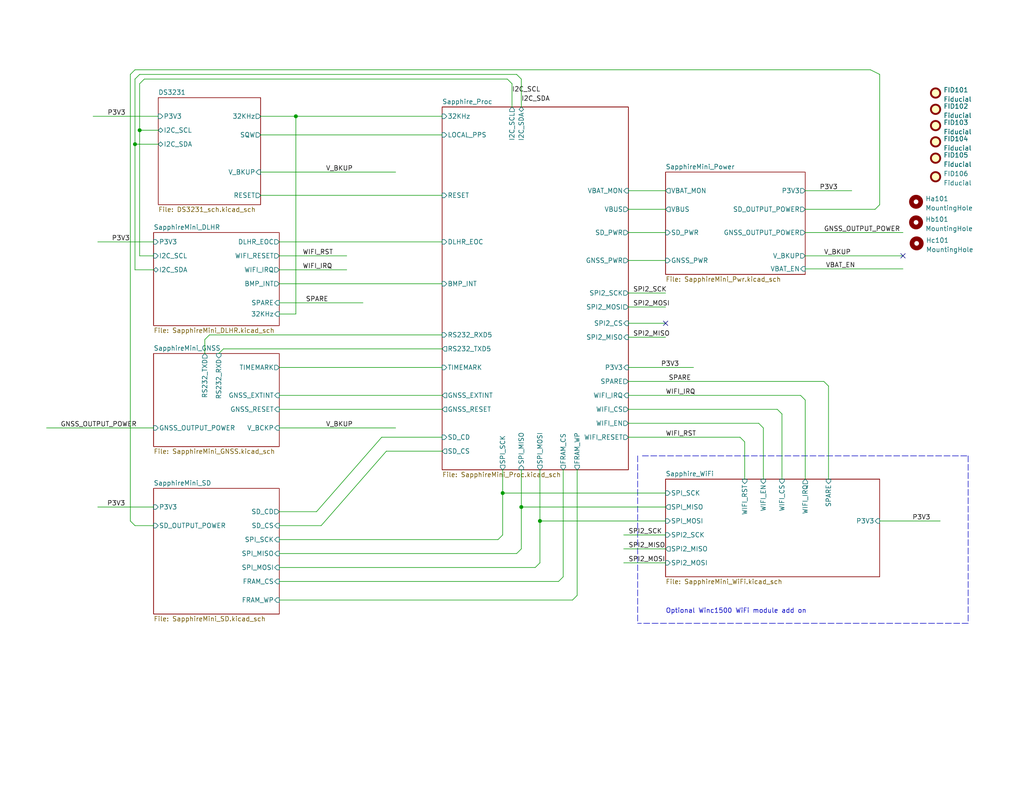
<source format=kicad_sch>
(kicad_sch (version 20211123) (generator eeschema)
  (paper "A")
  (title_block (title "Sapphire Mini M2") (date "2022-10-04") (rev "1") (company "Southern Methodist Univ") (comment 1 "Chris Hayward") (comment 2 "Markup copy w/ errors!"))
  (lib_symbols
    (symbol "Mechanical:Fiducial"
      (property "Reference" "FID" (at 0 5.08 0))
      (property "Value" "Fiducial" (at 0 3.175 0))
      (symbol "Fiducial_0_1"
        (circle (center 0 0) (radius 1.27) (stroke (width 0.508)) (fill (type background)))
      )
    )
    (symbol "Mechanical:MountingHole" (pin_names (offset 1.016))
      (property "Reference" "H" (at 0 5.08 0))
      (property "Value" "MountingHole" (at 0 3.175 0))
      (symbol "MountingHole_0_1"
        (circle (center 0 0) (radius 1.27) (stroke (width 1.27)))
      )
    )
  )
  (junction (at 36.83 39.37))
  (junction (at 38.1 35.56))
  (junction (at 137.16 134.62))
  (junction (at 142.24 138.43))
  (junction (at 80.7241 31.75))
  (junction (at 147.32 142.24))
  (no_connect (at 246.38 69.85))
  (no_connect (at 181.61 88.265))
  (wire (pts (xy 146.05 154.94) (xy 147.32 153.67)))
  (wire (pts (xy 171.45 100.33) (xy 189.23 100.33)))
  (wire (pts (xy 238.76 57.15) (xy 240.03 55.88)))
  (wire (pts (xy 153.67 128.27) (xy 153.67 157.48)))
  (wire (pts (xy 212.09 111.76) (xy 213.36 113.03)))
  (polyline (pts (xy 173.99 124.46) (xy 173.99 170.18)))
  (wire (pts (xy 153.67 157.48) (xy 152.4 158.75)))
  (wire (pts (xy 170.18 149.86) (xy 181.61 149.86)))
  (wire (pts (xy 171.45 107.95) (xy 218.44 107.95)))
  (wire (pts (xy 171.45 57.15) (xy 181.61 57.15)))
  (wire (pts (xy 76.2 73.66) (xy 94.615 73.66)))
  (wire (pts (xy 240.03 142.24) (xy 256.54 142.24)))
  (wire (pts (xy 71.12 53.34) (xy 120.65 53.34)))
  (wire (pts (xy 138.43 21.59) (xy 39.37 21.59)))
  (polyline (pts (xy 264.16 124.46) (xy 264.16 170.18)))
  (wire (pts (xy 39.37 21.59) (xy 38.1 22.86)))
  (wire (pts (xy 86.36 139.7) (xy 76.2 139.7)))
  (wire (pts (xy 142.24 138.43) (xy 181.61 138.43)))
  (wire (pts (xy 208.28 116.84) (xy 207.01 115.57)))
  (wire (pts (xy 171.45 80.01) (xy 181.61 80.01)))
  (wire (pts (xy 71.12 46.99) (xy 107.95 46.99)))
  (wire (pts (xy 226.06 105.41) (xy 226.06 130.81)))
  (wire (pts (xy 87.63 143.51) (xy 105.41 123.19)))
  (wire (pts (xy 203.2 120.65) (xy 203.2 130.81)))
  (wire (pts (xy 135.89 147.32) (xy 137.16 146.05)))
  (wire (pts (xy 76.2 66.04) (xy 120.65 66.04)))
  (wire (pts (xy 147.32 142.24) (xy 181.61 142.24)))
  (wire (pts (xy 26.67 138.43) (xy 41.91 138.43)))
  (wire (pts (xy 36.83 39.37) (xy 36.83 73.66)))
  (wire (pts (xy 36.83 21.59) (xy 36.83 39.37)))
  (wire (pts (xy 35.56 142.24) (xy 36.83 143.51)))
  (wire (pts (xy 224.79 104.14) (xy 226.06 105.41)))
  (wire (pts (xy 171.45 83.82) (xy 181.61 83.82)))
  (wire (pts (xy 152.4 158.75) (xy 76.2 158.75)))
  (wire (pts (xy 38.1 35.56) (xy 43.18 35.56)))
  (wire (pts (xy 76.2 107.95) (xy 120.65 107.95)))
  (wire (pts (xy 219.71 69.85) (xy 246.38 69.85)))
  (polyline (pts (xy 264.16 170.18) (xy 173.99 170.18)))
  (wire (pts (xy 171.45 111.76) (xy 212.09 111.76)))
  (wire (pts (xy 142.24 21.59) (xy 140.97 20.32)))
  (wire (pts (xy 170.18 153.67) (xy 181.61 153.67)))
  (wire (pts (xy 55.88 96.52) (xy 55.88 92.71)))
  (wire (pts (xy 80.7241 31.75) (xy 120.65 31.75)))
  (wire (pts (xy 147.32 153.67) (xy 147.32 142.24)))
  (wire (pts (xy 208.28 130.81) (xy 208.28 116.84)))
  (wire (pts (xy 171.45 63.5) (xy 181.61 63.5)))
  (wire (pts (xy 156.21 163.83) (xy 157.48 162.56)))
  (wire (pts (xy 76.2 151.13) (xy 140.97 151.13)))
  (wire (pts (xy 171.45 92.075) (xy 181.61 92.075)))
  (wire (pts (xy 104.14 119.38) (xy 86.36 139.7)))
  (wire (pts (xy 140.97 20.32) (xy 38.1 20.32)))
  (wire (pts (xy 170.18 146.05) (xy 181.61 146.05)))
  (wire (pts (xy 171.45 52.07) (xy 181.61 52.07)))
  (wire (pts (xy 76.2 143.51) (xy 87.63 143.51)))
  (wire (pts (xy 35.56 20.32) (xy 35.56 142.24)))
  (wire (pts (xy 76.2 100.33) (xy 120.65 100.33)))
  (wire (pts (xy 237.49 19.05) (xy 36.83 19.05)))
  (wire (pts (xy 171.45 71.12) (xy 181.61 71.12)))
  (wire (pts (xy 139.7 22.86) (xy 138.43 21.59)))
  (wire (pts (xy 105.41 123.19) (xy 120.65 123.19)))
  (wire (pts (xy 76.2 82.6739) (xy 99.0413 82.6739)))
  (wire (pts (xy 171.45 119.38) (xy 201.93 119.38)))
  (wire (pts (xy 171.45 88.265) (xy 181.61 88.265)))
  (wire (pts (xy 157.48 162.56) (xy 157.48 128.27)))
  (wire (pts (xy 240.03 55.88) (xy 240.03 20.32)))
  (wire (pts (xy 76.2 116.84) (xy 107.95 116.84)))
  (wire (pts (xy 76.2 77.47) (xy 120.65 77.47)))
  (wire (pts (xy 76.2 163.83) (xy 156.21 163.83)))
  (wire (pts (xy 26.67 66.04) (xy 41.91 66.04)))
  (wire (pts (xy 219.71 63.5) (xy 246.38 63.5)))
  (wire (pts (xy 147.32 142.24) (xy 147.32 128.27)))
  (wire (pts (xy 120.65 119.38) (xy 104.14 119.38)))
  (wire (pts (xy 142.24 149.86) (xy 142.24 138.43)))
  (wire (pts (xy 38.1 35.56) (xy 38.1 69.85)))
  (wire (pts (xy 36.83 39.37) (xy 43.18 39.37)))
  (wire (pts (xy 139.7 29.21) (xy 139.7 22.86)))
  (wire (pts (xy 219.71 109.22) (xy 219.71 130.81)))
  (wire (pts (xy 219.71 57.15) (xy 238.76 57.15)))
  (wire (pts (xy 171.45 104.14) (xy 224.79 104.14)))
  (wire (pts (xy 36.83 143.51) (xy 41.91 143.51)))
  (wire (pts (xy 59.69 96.52) (xy 60.96 95.25)))
  (wire (pts (xy 76.2 154.94) (xy 146.05 154.94)))
  (wire (pts (xy 240.03 20.32) (xy 237.49 19.05)))
  (wire (pts (xy 55.88 92.71) (xy 57.15 91.44)))
  (wire (pts (xy 76.2 85.739) (xy 80.7241 85.739)))
  (wire (pts (xy 140.97 151.13) (xy 142.24 149.86)))
  (wire (pts (xy 76.2 69.85) (xy 94.615 69.85)))
  (wire (pts (xy 76.2 147.32) (xy 135.89 147.32)))
  (wire (pts (xy 213.36 113.03) (xy 213.36 130.81)))
  (wire (pts (xy 201.93 119.38) (xy 203.2 120.65)))
  (wire (pts (xy 38.1 22.86) (xy 38.1 35.56)))
  (wire (pts (xy 25.4 31.75) (xy 43.18 31.75)))
  (wire (pts (xy 36.83 19.05) (xy 35.56 20.32)))
  (wire (pts (xy 207.01 115.57) (xy 171.45 115.57)))
  (wire (pts (xy 218.44 107.95) (xy 219.71 109.22)))
  (wire (pts (xy 137.16 146.05) (xy 137.16 134.62)))
  (wire (pts (xy 219.71 73.406) (xy 246.38 73.406)))
  (wire (pts (xy 137.16 134.62) (xy 137.16 128.27)))
  (polyline (pts (xy 175.26 124.46) (xy 264.16 124.46)))
  (wire (pts (xy 80.7241 85.739) (xy 80.7241 31.75)))
  (wire (pts (xy 142.24 138.43) (xy 142.24 128.27)))
  (wire (pts (xy 38.1 69.85) (xy 41.91 69.85)))
  (wire (pts (xy 36.83 73.66) (xy 41.91 73.66)))
  (wire (pts (xy 71.12 31.75) (xy 80.7241 31.75)))
  (wire (pts (xy 38.1 20.32) (xy 36.83 21.59)))
  (wire (pts (xy 60.96 95.25) (xy 120.65 95.25)))
  (wire (pts (xy 232.41 52.07) (xy 219.71 52.07)))
  (wire (pts (xy 137.16 134.62) (xy 181.61 134.62)))
  (wire (pts (xy 12.7 116.84) (xy 41.91 116.84)))
  (wire (pts (xy 142.24 29.21) (xy 142.24 21.59)))
  (wire (pts (xy 76.2 111.76) (xy 120.65 111.76)))
  (wire (pts (xy 71.12 36.83) (xy 120.65 36.83)))
  (wire (pts (xy 57.15 91.44) (xy 120.65 91.44)))
  (text "Optional Winc1500 WiFi module add on" (at 181.61 167.64 0) (effects (font (size 1.27 1.27)) (justify left bottom)))
  (label "V_BKUP" (at 88.9 116.84 0))
  (label "P3V3" (at 29.21 138.43 0))
  (label "SPI2_SCK" (at 172.72 80.01 0))
  (label "WIFI_IRQ" (at 181.61 107.95 0))
  (label "V_BKUP" (at 88.9 46.99 0))
  (label "V_BKUP" (at 224.79 69.85 0))
  (label "GNSS_OUTPUT_POWER" (at 16.51 116.84 0))
  (label "GNSS_OUTPUT_POWER" (at 224.79 63.5 0))
  (label "SPI2_MISO" (at 172.72 92.075 0))
  (label "SPI2_MISO" (at 171.45 149.86 0))
  (label "I2C_SDA" (at 142.24 27.94 0))
  (label "I2C_SCL" (at 139.7 25.4 0))
  (label "SPARE" (at 182.4054 104.14 0))
  (label "WIFI_RST" (at 181.61 119.38 0))
  (label "P3V3" (at 30.48 66.04 0))
  (label "SPI2_MOSI" (at 171.45 153.67 0))
  (label "P3V3" (at 248.92 142.24 0))
  (label "P3V3" (at 34.29 31.75 180))
  (label "WIFI_RST" (at 82.55 69.85 0))
  (label "VBAT_EN" (at 225.298 73.406 0))
  (label "SPI2_SCK" (at 171.45 146.05 0))
  (label "P3V3" (at 180.34 100.33 0))
  (label "SPARE" (at 83.4105 82.6739 0))
  (label "P3V3" (at 228.6 52.07 180))
  (label "SPI2_MOSI" (at 172.72 83.82 0))
  (label "WIFI_IRQ" (at 82.55 73.66 0))
  (symbol (lib_id "Mechanical:Fiducial") (at 255.27 48.26 0) (unit 1) (in_bom no)
    (property "Reference" "FID106" (at 257.429 47.4253 0) (effects (justify left)))
    (property "Value" "Fiducial" (at 257.429 49.9622 0) (effects (justify left)))
    (property "Footprint" "Fiducial:Fiducial_0.5mm_Mask1mm" (effects hide))
    (property "Populate" "0" (effects hide))
  )
  (symbol (lib_id "Mechanical:MountingHole") (at 249.9463 55.0923 0) (unit 1) (in_bom no)
    (property "Reference" "Ha101" (at 252.4863 54.2576 0) (effects (justify left)))
    (property "Value" "MountingHole" (at 252.4863 56.7945 0) (effects (justify left)))
    (property "Footprint" "MountingHole:MountingHole_3.2mm_M3" (effects hide))
  )
  (symbol (lib_id "Mechanical:Fiducial") (at 255.27 25.4 0) (unit 1) (in_bom no)
    (property "Reference" "FID101" (at 257.429 24.5653 0) (effects (justify left)))
    (property "Value" "Fiducial" (at 257.429 27.1022 0) (effects (justify left)))
    (property "Footprint" "Fiducial:Fiducial_0.5mm_Mask1mm" (effects hide))
    (property "Populate" "0" (effects hide))
  )
  (symbol (lib_id "Mechanical:Fiducial") (at 255.27 34.29 0) (unit 1) (in_bom no)
    (property "Reference" "FID103" (at 257.429 33.4553 0) (effects (justify left)))
    (property "Value" "Fiducial" (at 257.429 35.9922 0) (effects (justify left)))
    (property "Footprint" "Fiducial:Fiducial_0.5mm_Mask1mm" (effects hide))
    (property "Populate" "0" (effects hide))
  )
  (symbol (lib_id "Mechanical:Fiducial") (at 255.27 43.18 0) (unit 1) (in_bom no)
    (property "Reference" "FID105" (at 257.429 42.3453 0) (effects (justify left)))
    (property "Value" "Fiducial" (at 257.429 44.8822 0) (effects (justify left)))
    (property "Footprint" "Fiducial:Fiducial_0.5mm_Mask1mm" (effects hide))
    (property "Populate" "0" (effects hide))
  )
  (symbol (lib_id "Mechanical:Fiducial") (at 255.27 29.845 0) (unit 1) (in_bom no)
    (property "Reference" "FID102" (at 257.429 29.0103 0) (effects (justify left)))
    (property "Value" "Fiducial" (at 257.429 31.5472 0) (effects (justify left)))
    (property "Footprint" "Fiducial:Fiducial_0.5mm_Mask1mm" (effects hide))
    (property "Populate" "0" (effects hide))
  )
  (symbol (lib_id "Mechanical:MountingHole") (at 249.9463 60.7161 0) (unit 1) (in_bom no)
    (property "Reference" "Hb101" (at 252.4863 59.8814 0) (effects (justify left)))
    (property "Value" "MountingHole" (at 252.4863 62.4183 0) (effects (justify left)))
    (property "Footprint" "MountingHole:MountingHole_3.2mm_M3" (effects hide))
  )
  (symbol (lib_id "Mechanical:Fiducial") (at 255.27 38.735 0) (unit 1) (in_bom no)
    (property "Reference" "FID104" (at 257.429 37.9003 0) (effects (justify left)))
    (property "Value" "Fiducial" (at 257.429 40.4372 0) (effects (justify left)))
    (property "Footprint" "Fiducial:Fiducial_0.5mm_Mask1mm" (effects hide))
    (property "Populate" "0" (effects hide))
  )
  (symbol (lib_id "Mechanical:MountingHole") (at 250.1117 66.4501 0) (unit 1) (in_bom no)
    (property "Reference" "Hc101" (at 252.6517 65.6154 0) (effects (justify left)))
    (property "Value" "MountingHole" (at 252.6517 68.1523 0) (effects (justify left)))
    (property "Footprint" "MountingHole:MountingHole_3.2mm_M3" (effects hide))
  )
  (sheet (at 181.61 46.99) (size 38.1 27.94)
    (property "Sheet name" "SapphireMini_Power" (at 181.61 46.2784 0) (effects (justify left bottom)))
    (property "Sheet file" "SapphireMini_Pwr.kicad_sch" (at 181.61 75.5146 0) (effects (justify left top)))
    (pin "P3V3" output (at 219.71 52.07 0))
    (pin "VBAT_MON" output (at 181.61 52.07 180))
    (pin "VBUS" output (at 181.61 57.15 180))
    (pin "SD_PWR" input (at 181.61 63.5 180))
    (pin "GNSS_PWR" input (at 181.61 71.12 180))
    (pin "SD_OUTPUT_POWER" output (at 219.71 57.15 0))
    (pin "GNSS_OUTPUT_POWER" output (at 219.71 63.5 0))
    (pin "V_BKUP" output (at 219.71 69.85 0))
    (pin "VBAT_EN" input (at 219.71 73.406 0))
  )
  (sheet (at 41.91 63.5) (size 34.29 25.4)
    (property "Sheet name" "SapphireMini_DLHR" (at 41.91 62.7884 0) (effects (justify left bottom)))
    (property "Sheet file" "SapphireMini_DLHR.kicad_sch" (at 41.91 89.4846 0) (effects (justify left top)))
    (pin "P3V3" input (at 41.91 66.04 180))
    (pin "I2C_SDA" bidirectional (at 41.91 73.66 180))
    (pin "I2C_SCL" input (at 41.91 69.85 180))
    (pin "DLHR_EOC" output (at 76.2 66.04 0))
    (pin "BMP_INT" output (at 76.2 77.47 0))
    (pin "WIFI_RESET" output (at 76.2 69.85 0))
    (pin "WIFI_IRQ" output (at 76.2 73.66 0))
    (pin "SPARE" input (at 76.2 82.6739 0))
    (pin "32KHz" input (at 76.2 85.739 0))
  )
  (sheet (at 41.91 96.52) (size 34.29 25.4)
    (property "Sheet name" "SapphireMini_GNSS" (at 41.91 95.8084 0) (effects (justify left bottom)))
    (property "Sheet file" "SapphireMini_GNSS.kicad_sch" (at 41.91 122.5046 0) (effects (justify left top)))
    (pin "TIMEMARK" output (at 76.2 100.33 0))
    (pin "GNSS_RESET" input (at 76.2 111.76 0))
    (pin "GNSS_EXTINT" input (at 76.2 107.95 0))
    (pin "RS232_RXD" input (at 59.69 96.52 90))
    (pin "RS232_TXD" output (at 55.88 96.52 90))
    (pin "GNSS_OUTPUT_POWER" input (at 41.91 116.84 180))
    (pin "V_BCKP" input (at 76.2 116.84 0))
  )
  (sheet (at 41.91 133.35) (size 34.29 34.29)
    (property "Sheet name" "SapphireMini_SD" (at 41.91 132.6384 0) (effects (justify left bottom)))
    (property "Sheet file" "SapphireMini_SD.kicad_sch" (at 41.91 168.2246 0) (effects (justify left top)))
    (pin "SD_CS" input (at 76.2 143.51 0))
    (pin "SD_CD" output (at 76.2 139.7 0))
    (pin "SPI_SCK" input (at 76.2 147.32 0))
    (pin "SPI_MOSI" input (at 76.2 154.94 0))
    (pin "SPI_MISO" input (at 76.2 151.13 0))
    (pin "FRAM_CS" input (at 76.2 158.75 0))
    (pin "FRAM_WP" input (at 76.2 163.83 0))
    (pin "SD_OUTPUT_POWER" input (at 41.91 143.51 180))
    (pin "P3V3" input (at 41.91 138.43 180))
  )
  (sheet (at 120.65 29.21) (size 50.8 99.06)
    (property "Sheet name" "Sapphire_Proc" (at 120.65 28.4984 0) (effects (justify left bottom)))
    (property "Sheet file" "SapphireMini_Proc.kicad_sch" (at 120.65 128.8546 0) (effects (justify left top)))
    (pin "LOCAL_PPS" input (at 120.65 36.83 180))
    (pin "DLHR_EOC" input (at 120.65 66.04 180))
    (pin "SPI_MISO" input (at 142.24 128.27 270))
    (pin "SPI_SCK" output (at 137.16 128.27 270))
    (pin "I2C_SDA" bidirectional (at 142.24 29.21 90))
    (pin "I2C_SCL" output (at 139.7 29.21 90))
    (pin "SD_CS" output (at 120.65 123.19 180))
    (pin "VBAT_MON" input (at 171.45 52.07 0))
    (pin "RS232_TXD5" output (at 120.65 95.25 180))
    (pin "RS232_RXD5" input (at 120.65 91.44 180))
    (pin "32KHz" input (at 120.65 31.75 180))
    (pin "GNSS_PWR" output (at 171.45 71.12 0))
    (pin "SD_PWR" output (at 171.45 63.5 0))
    (pin "SPI_MOSI" output (at 147.32 128.27 270))
    (pin "TIMEMARK" input (at 120.65 100.33 180))
    (pin "WIFI_IRQ" input (at 171.45 107.95 0))
    (pin "GNSS_EXTINT" output (at 120.65 107.95 180))
    (pin "BMP_INT" input (at 120.65 77.47 180))
    (pin "WIFI_RESET" output (at 171.45 119.38 0))
    (pin "FRAM_CS" output (at 153.67 128.27 270))
    (pin "WIFI_EN" output (at 171.45 115.57 0))
    (pin "WIFI_CS" output (at 171.45 111.76 0))
    (pin "GNSS_RESET" output (at 120.65 111.76 180))
    (pin "SD_CD" input (at 120.65 119.38 180))
    (pin "VBUS" output (at 171.45 57.15 0))
    (pin "FRAM_WP" output (at 157.48 128.27 270))
    (pin "P3V3" input (at 171.45 100.33 0))
    (pin "SPI2_SCK" output (at 171.45 80.01 0))
    (pin "SPI2_MOSI" output (at 171.45 83.82 0))
    (pin "SPI2_CS" input (at 171.45 88.265 0))
    (pin "SPI2_MISO" input (at 171.45 92.075 0))
    (pin "RESET" input (at 120.65 53.34 180))
    (pin "SPARE" output (at 171.45 104.14 0))
  )
  (sheet (at 181.61 130.81) (size 58.42 26.67)
    (property "Sheet name" "Sapphire_WiFi" (at 181.61 130.0984 0) (effects (justify left bottom)))
    (property "Sheet file" "SapphireMini_WiFi.kicad_sch" (at 181.61 158.0646 0) (effects (justify left top)))
    (pin "WIFI_IRQ" output (at 219.71 130.81 90))
    (pin "WIFI_CS" input (at 213.36 130.81 90))
    (pin "WIFI_EN" input (at 208.28 130.81 90))
    (pin "WIFI_RST" input (at 203.2 130.81 90))
    (pin "SPI_MISO" output (at 181.61 138.43 180))
    (pin "SPI_SCK" input (at 181.61 134.62 180))
    (pin "SPI_MOSI" input (at 181.61 142.24 180))
    (pin "P3V3" input (at 240.03 142.24 0))
    (pin "SPI2_MISO" output (at 181.61 149.86 180))
    (pin "SPI2_SCK" input (at 181.61 146.05 180))
    (pin "SPI2_MOSI" input (at 181.61 153.67 180))
    (pin "SPARE" input (at 226.06 130.81 90))
  )
  (sheet (at 43.18 26.67) (size 27.94 29.21) (stroke (width 0.1524))
    (property "Sheet name" "DS3231" (at 43.18 25.9584 0) (effects (justify left bottom)))
    (property "Sheet file" "DS3231_sch.kicad_sch" (at 43.18 56.4646 0) (effects (justify left top)))
    (pin "RESET" output (at 71.12 53.34 0))
    (pin "I2C_SCL" bidirectional (at 43.18 35.56 180))
    (pin "P3V3" input (at 43.18 31.75 180))
    (pin "I2C_SDA" bidirectional (at 43.18 39.37 180))
    (pin "32KHz" output (at 71.12 31.75 0))
    (pin "V_BKUP" input (at 71.12 46.99 0))
    (pin "SQW" output (at 71.12 36.83 0))
  )
)
</source>
